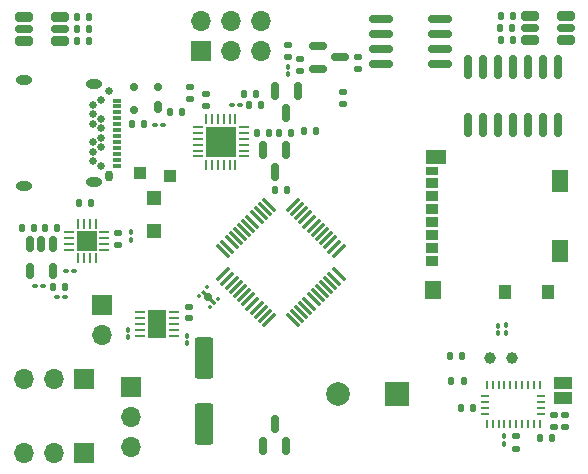
<source format=gts>
G04 #@! TF.GenerationSoftware,KiCad,Pcbnew,8.0.5*
G04 #@! TF.CreationDate,2024-11-06T19:49:11-08:00*
G04 #@! TF.ProjectId,Vanguard_new,56616e67-7561-4726-945f-6e65772e6b69,rev?*
G04 #@! TF.SameCoordinates,Original*
G04 #@! TF.FileFunction,Soldermask,Top*
G04 #@! TF.FilePolarity,Negative*
%FSLAX46Y46*%
G04 Gerber Fmt 4.6, Leading zero omitted, Abs format (unit mm)*
G04 Created by KiCad (PCBNEW 8.0.5) date 2024-11-06 19:49:11*
%MOMM*%
%LPD*%
G01*
G04 APERTURE LIST*
G04 Aperture macros list*
%AMRoundRect*
0 Rectangle with rounded corners*
0 $1 Rounding radius*
0 $2 $3 $4 $5 $6 $7 $8 $9 X,Y pos of 4 corners*
0 Add a 4 corners polygon primitive as box body*
4,1,4,$2,$3,$4,$5,$6,$7,$8,$9,$2,$3,0*
0 Add four circle primitives for the rounded corners*
1,1,$1+$1,$2,$3*
1,1,$1+$1,$4,$5*
1,1,$1+$1,$6,$7*
1,1,$1+$1,$8,$9*
0 Add four rect primitives between the rounded corners*
20,1,$1+$1,$2,$3,$4,$5,0*
20,1,$1+$1,$4,$5,$6,$7,0*
20,1,$1+$1,$6,$7,$8,$9,0*
20,1,$1+$1,$8,$9,$2,$3,0*%
%AMFreePoly0*
4,1,13,0.320000,0.125000,0.700000,0.125000,0.700000,-0.125000,0.320000,-0.125000,0.200000,-0.350000,-0.200000,-0.350000,-0.320000,-0.125000,-0.850000,-0.125000,-0.850000,0.125000,-0.320000,0.125000,-0.200000,0.350000,0.200000,0.350000,0.320000,0.125000,0.320000,0.125000,$1*%
G04 Aperture macros list end*
%ADD10RoundRect,0.100000X0.100000X-0.130000X0.100000X0.130000X-0.100000X0.130000X-0.100000X-0.130000X0*%
%ADD11C,0.650000*%
%ADD12O,0.650000X0.950000*%
%ADD13R,0.700000X0.300000*%
%ADD14O,1.400000X0.800000*%
%ADD15RoundRect,0.135000X-0.185000X0.135000X-0.185000X-0.135000X0.185000X-0.135000X0.185000X0.135000X0*%
%ADD16RoundRect,0.150000X-0.825000X-0.150000X0.825000X-0.150000X0.825000X0.150000X-0.825000X0.150000X0*%
%ADD17RoundRect,0.135000X0.135000X0.185000X-0.135000X0.185000X-0.135000X-0.185000X0.135000X-0.185000X0*%
%ADD18RoundRect,0.100000X-0.130000X-0.100000X0.130000X-0.100000X0.130000X0.100000X-0.130000X0.100000X0*%
%ADD19R,1.000000X1.000000*%
%ADD20RoundRect,0.135000X0.185000X-0.135000X0.185000X0.135000X-0.185000X0.135000X-0.185000X-0.135000X0*%
%ADD21RoundRect,0.135000X-0.135000X-0.185000X0.135000X-0.185000X0.135000X0.185000X-0.135000X0.185000X0*%
%ADD22RoundRect,0.075000X-0.415425X-0.521491X0.521491X0.415425X0.415425X0.521491X-0.521491X-0.415425X0*%
%ADD23RoundRect,0.075000X0.415425X-0.521491X0.521491X-0.415425X-0.415425X0.521491X-0.521491X0.415425X0*%
%ADD24R,1.700000X1.700000*%
%ADD25O,1.700000X1.700000*%
%ADD26RoundRect,0.175000X0.175000X0.325000X-0.175000X0.325000X-0.175000X-0.325000X0.175000X-0.325000X0*%
%ADD27RoundRect,0.150000X0.200000X0.150000X-0.200000X0.150000X-0.200000X-0.150000X0.200000X-0.150000X0*%
%ADD28RoundRect,0.160000X-0.565000X-0.240000X0.565000X-0.240000X0.565000X0.240000X-0.565000X0.240000X0*%
%ADD29RoundRect,0.120000X-0.605000X-0.180000X0.605000X-0.180000X0.605000X0.180000X-0.605000X0.180000X0*%
%ADD30RoundRect,0.062500X0.123744X-0.035355X-0.035355X0.123744X-0.123744X0.035355X0.035355X-0.123744X0*%
%ADD31FreePoly0,135.000000*%
%ADD32R,0.254000X0.675000*%
%ADD33R,0.675000X0.254000*%
%ADD34RoundRect,0.150000X-0.150000X0.587500X-0.150000X-0.587500X0.150000X-0.587500X0.150000X0.587500X0*%
%ADD35R,1.100000X0.850000*%
%ADD36R,1.100000X0.750000*%
%ADD37R,1.000000X1.200000*%
%ADD38R,1.350000X1.550000*%
%ADD39R,1.350000X1.900000*%
%ADD40R,1.800000X1.170000*%
%ADD41RoundRect,0.100000X-0.100000X0.130000X-0.100000X-0.130000X0.100000X-0.130000X0.100000X0.130000X0*%
%ADD42RoundRect,0.062500X-0.062500X0.350000X-0.062500X-0.350000X0.062500X-0.350000X0.062500X0.350000X0*%
%ADD43RoundRect,0.062500X-0.350000X0.062500X-0.350000X-0.062500X0.350000X-0.062500X0.350000X0.062500X0*%
%ADD44C,1.000000*%
%ADD45RoundRect,0.150000X-0.150000X0.512500X-0.150000X-0.512500X0.150000X-0.512500X0.150000X0.512500X0*%
%ADD46R,1.500000X1.000000*%
%ADD47RoundRect,0.150000X-0.150000X0.825000X-0.150000X-0.825000X0.150000X-0.825000X0.150000X0.825000X0*%
%ADD48RoundRect,0.147500X-0.172500X0.147500X-0.172500X-0.147500X0.172500X-0.147500X0.172500X0.147500X0*%
%ADD49RoundRect,0.150000X-0.587500X-0.150000X0.587500X-0.150000X0.587500X0.150000X-0.587500X0.150000X0*%
%ADD50R,1.200000X1.200000*%
%ADD51RoundRect,0.150000X0.150000X-0.587500X0.150000X0.587500X-0.150000X0.587500X-0.150000X-0.587500X0*%
%ADD52RoundRect,0.160000X0.565000X0.240000X-0.565000X0.240000X-0.565000X-0.240000X0.565000X-0.240000X0*%
%ADD53RoundRect,0.120000X0.605000X0.180000X-0.605000X0.180000X-0.605000X-0.180000X0.605000X-0.180000X0*%
%ADD54RoundRect,0.062500X0.362500X0.062500X-0.362500X0.062500X-0.362500X-0.062500X0.362500X-0.062500X0*%
%ADD55R,1.650000X2.380000*%
%ADD56RoundRect,0.062500X0.062500X-0.350000X0.062500X0.350000X-0.062500X0.350000X-0.062500X-0.350000X0*%
%ADD57RoundRect,0.062500X0.350000X-0.062500X0.350000X0.062500X-0.350000X0.062500X-0.350000X-0.062500X0*%
%ADD58R,2.600000X2.600000*%
%ADD59R,2.000000X2.000000*%
%ADD60C,2.000000*%
%ADD61RoundRect,0.100000X0.130000X0.100000X-0.130000X0.100000X-0.130000X-0.100000X0.130000X-0.100000X0*%
%ADD62RoundRect,0.250000X-0.550000X1.500000X-0.550000X-1.500000X0.550000X-1.500000X0.550000X1.500000X0*%
G04 APERTURE END LIST*
D10*
X166790000Y-99937500D03*
X166790000Y-99297500D03*
D11*
X151590000Y-101317500D03*
D12*
X151590000Y-108517500D03*
D13*
X152250000Y-102167500D03*
X152250000Y-102667500D03*
X152250000Y-103167500D03*
X152250000Y-103667500D03*
X152250000Y-104167500D03*
X152250000Y-104667500D03*
X152250000Y-105167500D03*
X152250000Y-105667500D03*
X152250000Y-106167500D03*
X152250000Y-106667500D03*
X152250000Y-107167500D03*
X152250000Y-107667500D03*
D11*
X150940000Y-107717500D03*
X150240000Y-107317500D03*
X150240000Y-106517500D03*
X150940000Y-106117500D03*
X150240000Y-105717500D03*
X150940000Y-105317500D03*
X150940000Y-104517500D03*
X150240000Y-104117500D03*
X150940000Y-103717500D03*
X150240000Y-103317500D03*
X150240000Y-102517500D03*
X150940000Y-102117500D03*
D14*
X144390000Y-100427500D03*
X150340000Y-100787500D03*
X150340000Y-109047500D03*
X144390000Y-109407500D03*
D15*
X159820000Y-101597500D03*
X159820000Y-102617500D03*
D16*
X174670000Y-95280000D03*
X174670000Y-96550000D03*
X174670000Y-97820000D03*
X174670000Y-99090000D03*
X179620000Y-99090000D03*
X179620000Y-97820000D03*
X179620000Y-96550000D03*
X179620000Y-95280000D03*
D17*
X149940000Y-95060000D03*
X148920000Y-95060000D03*
D18*
X147205000Y-118832500D03*
X147845000Y-118832500D03*
D19*
X154250000Y-108317500D03*
D20*
X172660000Y-99527500D03*
X172660000Y-98507500D03*
D21*
X188122500Y-130700000D03*
X189142500Y-130700000D03*
D17*
X145285000Y-112952500D03*
X144265000Y-112952500D03*
X165160000Y-104917500D03*
X164140000Y-104917500D03*
D22*
X161282124Y-116888788D03*
X161635678Y-117242342D03*
X161989231Y-117595895D03*
X162342785Y-117949449D03*
X162696338Y-118303002D03*
X163049891Y-118656555D03*
X163403445Y-119010109D03*
X163756998Y-119363662D03*
X164110551Y-119717215D03*
X164464105Y-120070769D03*
X164817658Y-120424322D03*
X165171212Y-120777876D03*
D23*
X167168788Y-120777876D03*
X167522342Y-120424322D03*
X167875895Y-120070769D03*
X168229449Y-119717215D03*
X168583002Y-119363662D03*
X168936555Y-119010109D03*
X169290109Y-118656555D03*
X169643662Y-118303002D03*
X169997215Y-117949449D03*
X170350769Y-117595895D03*
X170704322Y-117242342D03*
X171057876Y-116888788D03*
D22*
X171057876Y-114891212D03*
X170704322Y-114537658D03*
X170350769Y-114184105D03*
X169997215Y-113830551D03*
X169643662Y-113476998D03*
X169290109Y-113123445D03*
X168936555Y-112769891D03*
X168583002Y-112416338D03*
X168229449Y-112062785D03*
X167875895Y-111709231D03*
X167522342Y-111355678D03*
X167168788Y-111002124D03*
D23*
X165171212Y-111002124D03*
X164817658Y-111355678D03*
X164464105Y-111709231D03*
X164110551Y-112062785D03*
X163756998Y-112416338D03*
X163403445Y-112769891D03*
X163049891Y-113123445D03*
X162696338Y-113476998D03*
X162342785Y-113830551D03*
X161989231Y-114184105D03*
X161635678Y-114537658D03*
X161282124Y-114891212D03*
D18*
X162027500Y-102557500D03*
X162667500Y-102557500D03*
D21*
X180610000Y-125950000D03*
X181630000Y-125950000D03*
X180470000Y-123770000D03*
X181490000Y-123770000D03*
D24*
X159365000Y-97962500D03*
D25*
X159365000Y-95422500D03*
X161905000Y-97962500D03*
X161905000Y-95422500D03*
X164445000Y-97962500D03*
X164445000Y-95422500D03*
D17*
X147175000Y-112952500D03*
X146155000Y-112952500D03*
D26*
X155720000Y-102727500D03*
D27*
X155720000Y-101027500D03*
X153720000Y-101027500D03*
X153720000Y-102927500D03*
D28*
X187230000Y-94980000D03*
D29*
X187230000Y-96030000D03*
D28*
X187230000Y-97080000D03*
X190280000Y-97080000D03*
D29*
X190280000Y-96030000D03*
D28*
X190280000Y-94980000D03*
D17*
X185775000Y-96030000D03*
X184755000Y-96030000D03*
D24*
X153460000Y-126440000D03*
D25*
X153460000Y-128980000D03*
X153460000Y-131520000D03*
D17*
X164077500Y-101617500D03*
X163057500Y-101617500D03*
D30*
X160153744Y-119650850D03*
D31*
X160030000Y-118820000D03*
D30*
X160860850Y-118943744D03*
X159906256Y-117989150D03*
X159199150Y-118696256D03*
D21*
X146835000Y-117992500D03*
X147855000Y-117992500D03*
D32*
X183592500Y-126267500D03*
D33*
X183455000Y-127180000D03*
X183455000Y-127680000D03*
X183455000Y-128180000D03*
X183455000Y-128680000D03*
D32*
X183592500Y-129592500D03*
X184092500Y-129592500D03*
X184592500Y-129592500D03*
X185092500Y-129592500D03*
X185592500Y-129592500D03*
X186092500Y-129592500D03*
X186592500Y-129592500D03*
X187092500Y-129592500D03*
X187592500Y-129592500D03*
X188092500Y-129592500D03*
D33*
X188230000Y-128680000D03*
X188230000Y-128180000D03*
X188230000Y-127680000D03*
X188230000Y-127180000D03*
D32*
X188092500Y-126267500D03*
X187592500Y-126267500D03*
X187092500Y-126267500D03*
X186592500Y-126267500D03*
X186092500Y-126267500D03*
X185592500Y-126267500D03*
X185092500Y-126267500D03*
X184592500Y-126267500D03*
X184092500Y-126267500D03*
D15*
X166790000Y-97442500D03*
X166790000Y-98462500D03*
D10*
X184522500Y-121857500D03*
X184522500Y-121217500D03*
D34*
X167582500Y-101350000D03*
X165682500Y-101350000D03*
X166632500Y-103225000D03*
D35*
X178960000Y-115775000D03*
X178960000Y-114675000D03*
X178960000Y-113575000D03*
X178960000Y-112475000D03*
X178960000Y-111375000D03*
X178960000Y-110275000D03*
X178960000Y-109175000D03*
D36*
X178960000Y-108125000D03*
D37*
X185110000Y-118410000D03*
X188810000Y-118410000D03*
D38*
X179085000Y-118235000D03*
D39*
X189785000Y-114910000D03*
X189785000Y-108940000D03*
D40*
X179310000Y-106915000D03*
D41*
X158207500Y-122065000D03*
X158207500Y-122705000D03*
D42*
X150480000Y-112615000D03*
X149980000Y-112615000D03*
X149480000Y-112615000D03*
X148980000Y-112615000D03*
D43*
X148267500Y-113327500D03*
X148267500Y-113827500D03*
X148267500Y-114327500D03*
X148267500Y-114827500D03*
D42*
X148980000Y-115540000D03*
X149480000Y-115540000D03*
X149980000Y-115540000D03*
X150480000Y-115540000D03*
D43*
X151192500Y-114827500D03*
X151192500Y-114327500D03*
X151192500Y-113827500D03*
X151192500Y-113327500D03*
D24*
X149730000Y-114077500D03*
D15*
X152335000Y-113342500D03*
X152335000Y-114362500D03*
D21*
X153540000Y-104147500D03*
X154560000Y-104147500D03*
D17*
X149940000Y-96120000D03*
X148920000Y-96120000D03*
D10*
X185222500Y-121852500D03*
X185222500Y-121212500D03*
D44*
X185732500Y-123947500D03*
X183832500Y-123947500D03*
D17*
X167040000Y-104907500D03*
X166020000Y-104907500D03*
D45*
X146835000Y-114335000D03*
X145885000Y-114335000D03*
X144935000Y-114335000D03*
X144935000Y-116610000D03*
X146835000Y-116610000D03*
D17*
X185785000Y-97080000D03*
X184765000Y-97080000D03*
D15*
X189292500Y-128790000D03*
X189292500Y-129810000D03*
D21*
X181412500Y-128190000D03*
X182432500Y-128190000D03*
D46*
X190082500Y-126070000D03*
X190082500Y-127370000D03*
D41*
X153197500Y-121575000D03*
X153197500Y-122215000D03*
D47*
X189655000Y-99292500D03*
X188385000Y-99292500D03*
X187115000Y-99292500D03*
X185845000Y-99292500D03*
X184575000Y-99292500D03*
X183305000Y-99292500D03*
X182035000Y-99292500D03*
X182035000Y-104242500D03*
X183305000Y-104242500D03*
X184575000Y-104242500D03*
X185845000Y-104242500D03*
X187115000Y-104242500D03*
X188385000Y-104242500D03*
X189655000Y-104242500D03*
D48*
X158350000Y-119625000D03*
X158350000Y-120595000D03*
D49*
X169312500Y-97555000D03*
X169312500Y-99455000D03*
X171187500Y-98505000D03*
D17*
X164500000Y-102557500D03*
X163480000Y-102557500D03*
X169110000Y-104707500D03*
X168090000Y-104707500D03*
D15*
X167770000Y-98617500D03*
X167770000Y-99637500D03*
D17*
X166670000Y-109737500D03*
X165650000Y-109737500D03*
D24*
X151037500Y-119480000D03*
D25*
X151037500Y-122020000D03*
D50*
X155460000Y-113220000D03*
X155460000Y-110420000D03*
D34*
X166580000Y-106377500D03*
X164680000Y-106377500D03*
X165630000Y-108252500D03*
D51*
X164680000Y-131427500D03*
X166580000Y-131427500D03*
X165630000Y-129552500D03*
D21*
X156760000Y-103177500D03*
X157780000Y-103177500D03*
X149110000Y-110837500D03*
X150130000Y-110837500D03*
D20*
X190232500Y-129810000D03*
X190232500Y-128790000D03*
D24*
X149530000Y-131980000D03*
D25*
X146990000Y-131980000D03*
X144450000Y-131980000D03*
D52*
X147465000Y-97160000D03*
D53*
X147465000Y-96110000D03*
D52*
X147465000Y-95060000D03*
X144415000Y-95060000D03*
D53*
X144415000Y-96110000D03*
D52*
X144415000Y-97160000D03*
D17*
X149930000Y-97160000D03*
X148910000Y-97160000D03*
D54*
X157137500Y-122090000D03*
X157137500Y-121590000D03*
X157137500Y-121090000D03*
X157137500Y-120590000D03*
X157137500Y-120090000D03*
X154237500Y-120090000D03*
X154237500Y-120590000D03*
X154237500Y-121090000D03*
X154237500Y-121590000D03*
X154237500Y-122090000D03*
D55*
X155687500Y-121090000D03*
D56*
X159820000Y-107585000D03*
X160320000Y-107585000D03*
X160820000Y-107585000D03*
X161320000Y-107585000D03*
X161820000Y-107585000D03*
X162320000Y-107585000D03*
D57*
X163007500Y-106897500D03*
X163007500Y-106397500D03*
X163007500Y-105897500D03*
X163007500Y-105397500D03*
X163007500Y-104897500D03*
X163007500Y-104397500D03*
D56*
X162320000Y-103710000D03*
X161820000Y-103710000D03*
X161320000Y-103710000D03*
X160820000Y-103710000D03*
X160320000Y-103710000D03*
X159820000Y-103710000D03*
D57*
X159132500Y-104397500D03*
X159132500Y-104897500D03*
X159132500Y-105397500D03*
X159132500Y-105897500D03*
X159132500Y-106397500D03*
X159132500Y-106897500D03*
D58*
X161070000Y-105647500D03*
D15*
X186092500Y-130610000D03*
X186092500Y-131630000D03*
D19*
X156740000Y-108537500D03*
D24*
X149500000Y-125730000D03*
D25*
X146960000Y-125730000D03*
X144420000Y-125730000D03*
D41*
X153460000Y-113335000D03*
X153460000Y-113975000D03*
D18*
X155545000Y-104220000D03*
X156185000Y-104220000D03*
D59*
X176010785Y-126990000D03*
D60*
X171010785Y-126990000D03*
D20*
X171460000Y-102490000D03*
X171460000Y-101470000D03*
D61*
X146025000Y-117882500D03*
X145385000Y-117882500D03*
D15*
X158450000Y-101047500D03*
X158450000Y-102067500D03*
D41*
X185092500Y-130590000D03*
X185092500Y-131230000D03*
D17*
X185785000Y-94980000D03*
X184765000Y-94980000D03*
D18*
X147975000Y-116572500D03*
X148615000Y-116572500D03*
D62*
X159627500Y-123935000D03*
X159627500Y-129535000D03*
M02*

</source>
